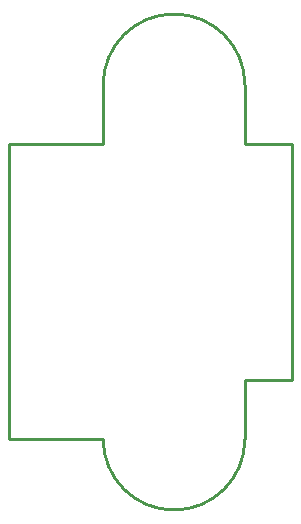
<source format=gko>
G04 Layer: BoardOutlineLayer*
G04 EasyEDA v6.5.20, 2023-08-22 18:50:07*
G04 a67cddfb3fce44daa9051d46cbbcc19f,10*
G04 Gerber Generator version 0.2*
G04 Scale: 100 percent, Rotated: No, Reflected: No *
G04 Dimensions in millimeters *
G04 leading zeros omitted , absolute positions ,4 integer and 5 decimal *
%FSLAX45Y45*%
%MOMM*%

%ADD10C,0.2540*%
D10*
X-599947Y1499870D02*
G01*
X-599947Y999744D01*
X-1400047Y999997D01*
X-1400047Y-1499870D01*
X-599947Y-1499870D01*
X599998Y1499996D02*
G01*
X599998Y999870D01*
X999997Y999997D01*
X999997Y-999997D01*
X599998Y-1000130D01*
X599998Y-1499999D01*
G75*
G01*
X599999Y1499997D02*
G03*
X-599999Y1499997I-599999J0D01*
G75*
G01*
X599999Y-1499994D02*
G02*
X-599999Y-1499994I-599999J0D01*

%LPD*%
M02*

</source>
